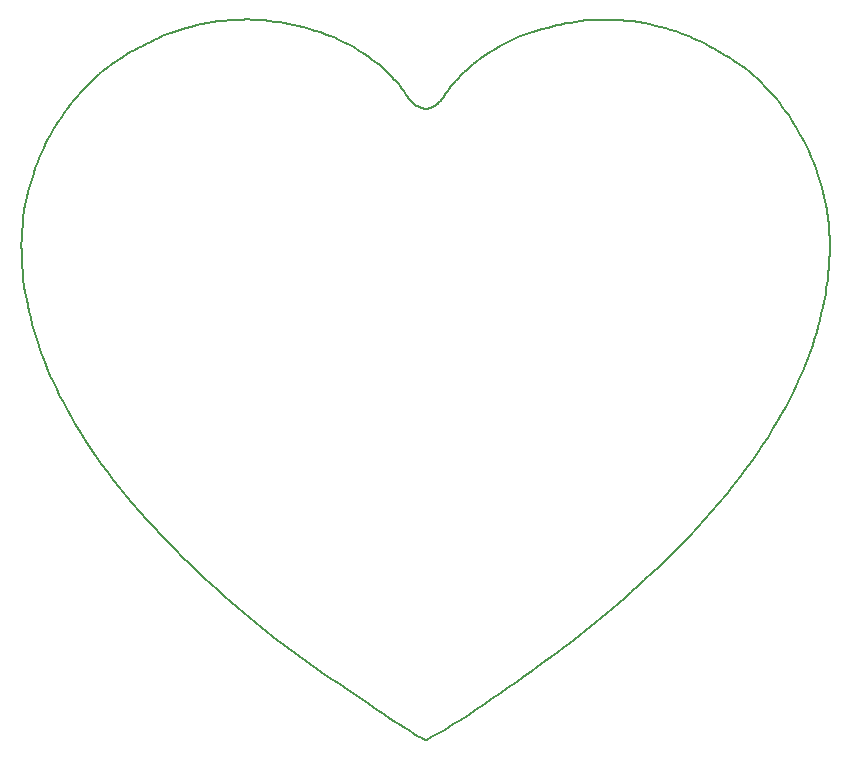
<source format=gbr>
%TF.GenerationSoftware,KiCad,Pcbnew,9.0.5*%
%TF.CreationDate,2025-11-15T18:52:14+05:30*%
%TF.ProjectId,HeartPCB_KiCad,48656172-7450-4434-925f-4b694361642e,rev?*%
%TF.SameCoordinates,Original*%
%TF.FileFunction,Profile,NP*%
%FSLAX46Y46*%
G04 Gerber Fmt 4.6, Leading zero omitted, Abs format (unit mm)*
G04 Created by KiCad (PCBNEW 9.0.5) date 2025-11-15 18:52:14*
%MOMM*%
%LPD*%
G01*
G04 APERTURE LIST*
%TA.AperFunction,Profile*%
%ADD10C,0.200000*%
%TD*%
%ADD11C,0.200000*%
G04 APERTURE END LIST*
D10*
X134969826Y-106739425D02*
X135341386Y-107028556D01*
X131751855Y-54508535D02*
X131360710Y-54536005D01*
X115190384Y-66185110D02*
X115050590Y-66536970D01*
X177331180Y-89109957D02*
X176838485Y-89906585D01*
X152119671Y-58085760D02*
X152531520Y-57778051D01*
X120262654Y-59096296D02*
X120000703Y-59327306D01*
X113670490Y-74115974D02*
X113692882Y-74817244D01*
X155383309Y-56117638D02*
X155044844Y-56274227D01*
X180643591Y-82039408D02*
X180420516Y-82687137D01*
X141439907Y-56651573D02*
X140928516Y-56379798D01*
X181621173Y-69509237D02*
X181518156Y-69068766D01*
X130912606Y-103345844D02*
X131352620Y-103731452D01*
X143754758Y-58174792D02*
X143366391Y-57878110D01*
X149558936Y-60821805D02*
X149749358Y-60521996D01*
X150238062Y-114159647D02*
X149498384Y-114611053D01*
X126806925Y-55453133D02*
X126332679Y-55617246D01*
X160997735Y-54618125D02*
X161542893Y-54555128D01*
X131360710Y-54536005D02*
X130774599Y-54589084D01*
X116871250Y-86254450D02*
X117241794Y-86978813D01*
X117788245Y-61721006D02*
X117572301Y-62005505D01*
X160125205Y-54752535D02*
X159788198Y-54814138D01*
X116311394Y-85083310D02*
X116635992Y-85778803D01*
X162803640Y-105098853D02*
X163181756Y-104784277D01*
X142284945Y-57148264D02*
X141781364Y-56842804D01*
X178739704Y-86574484D02*
X178982075Y-86089895D01*
X115031015Y-81809122D02*
X115244017Y-82442859D01*
X133035309Y-105169997D02*
X133433727Y-105500253D01*
X135944259Y-54809767D02*
X135448203Y-54719167D01*
X115932548Y-64588011D02*
X115778696Y-64891793D01*
X125581846Y-55910184D02*
X125294411Y-56033713D01*
X121578811Y-58090878D02*
X121316044Y-58276008D01*
X177513660Y-61155291D02*
X177272709Y-60870414D01*
X123058349Y-95450666D02*
X123751890Y-96255336D01*
X159093274Y-107998437D02*
X159494750Y-107698771D01*
X136739536Y-54975817D02*
X136268353Y-54873578D01*
X128592367Y-101231063D02*
X129068119Y-101674883D01*
X117928522Y-88226174D02*
X118229251Y-88738663D01*
X144823861Y-59137660D02*
X144689520Y-59001602D01*
X179316182Y-85381302D02*
X179527826Y-84915888D01*
X124597322Y-56354116D02*
X124191946Y-56554286D01*
X182034799Y-75379436D02*
X181972244Y-76082989D01*
X175541416Y-91824566D02*
X174931297Y-92663670D01*
X142963878Y-112351452D02*
X143535113Y-112737232D01*
X179536797Y-64055264D02*
X179367298Y-63760557D01*
X152899773Y-112419933D02*
X153449463Y-112044989D01*
X144689520Y-59001602D02*
X144468215Y-58784748D01*
X137501770Y-55156234D02*
X137048470Y-55046054D01*
X125428240Y-98085382D02*
X126159536Y-98846196D01*
X156204277Y-55777532D02*
X155882093Y-55901680D01*
D11*
X148569731Y-61823388D02*
X148581531Y-61816579D01*
X148593325Y-61809682D01*
X148605112Y-61802697D01*
X148616892Y-61795622D01*
X148628664Y-61788459D01*
X148640429Y-61781206D01*
X148652186Y-61773865D01*
X148663935Y-61766435D01*
X148675676Y-61758915D01*
X148687408Y-61751306D01*
X148699130Y-61743607D01*
X148710844Y-61735820D01*
X148722547Y-61727942D01*
X148734241Y-61719975D01*
X148745924Y-61711919D01*
X148757596Y-61703773D01*
X148769257Y-61695537D01*
X148780907Y-61687211D01*
X148792544Y-61678796D01*
X148804170Y-61670291D01*
X148815782Y-61661696D01*
X148827382Y-61653011D01*
X148838968Y-61644237D01*
X148850540Y-61635373D01*
X148862098Y-61626419D01*
X148873641Y-61617376D01*
X148885169Y-61608243D01*
X148896681Y-61599020D01*
X148908177Y-61589708D01*
X148919657Y-61580307D01*
X148931119Y-61570816D01*
X148933942Y-61568463D01*
D10*
X147959752Y-115464111D02*
X148368996Y-115252245D01*
X181531004Y-78801169D02*
X181383638Y-79458196D01*
X126648821Y-99340514D02*
X127382117Y-100069232D01*
X113705403Y-72473726D02*
X113683043Y-72942693D01*
X180685774Y-66478307D02*
X180543082Y-66121361D01*
X174248489Y-58138436D02*
X173981197Y-57955690D01*
X163772676Y-104282817D02*
X163181756Y-104784277D01*
X146220240Y-60850661D02*
X146030087Y-60553377D01*
X145326287Y-113947844D02*
X145656574Y-114167242D01*
X117258915Y-62432382D02*
X117061820Y-62716519D01*
X152899773Y-112419933D02*
X152078426Y-112973530D01*
X128510989Y-54974888D02*
X127977875Y-55104687D01*
X174501363Y-93228026D02*
X174931297Y-92663670D01*
X180322599Y-65612673D02*
X180173052Y-65283424D01*
X166803764Y-54877546D02*
X166426208Y-54802001D01*
X114713801Y-67461730D02*
X114523120Y-68048868D01*
X115644488Y-83517809D02*
X115823201Y-83957803D01*
X171584864Y-56563705D02*
X171311770Y-56425976D01*
X156204277Y-55777532D02*
X156678922Y-55607170D01*
X151547104Y-58554333D02*
X151356915Y-58723788D01*
X180980688Y-80966587D02*
X181104720Y-80537743D01*
X170919152Y-97444923D02*
X170153732Y-98259735D01*
X113833322Y-76427249D02*
X113922220Y-77103671D01*
D11*
X147880000Y-62040000D02*
X147886082Y-62039560D01*
X147892159Y-62039100D01*
X147898228Y-62038621D01*
X147904292Y-62038123D01*
X147910347Y-62037605D01*
X147916398Y-62037067D01*
X147922440Y-62036510D01*
X147928478Y-62035933D01*
X147934508Y-62035337D01*
X147940533Y-62034721D01*
X147946550Y-62034086D01*
X147952562Y-62033431D01*
X147958566Y-62032758D01*
X147964566Y-62032064D01*
X147970558Y-62031351D01*
X147976545Y-62030619D01*
X147982525Y-62029867D01*
X147988500Y-62029096D01*
X147994468Y-62028306D01*
X148000431Y-62027496D01*
X148006387Y-62026667D01*
X148012338Y-62025818D01*
X148018282Y-62024950D01*
X148024221Y-62024063D01*
X148030153Y-62023156D01*
X148036081Y-62022230D01*
X148042002Y-62021285D01*
X148047918Y-62020320D01*
X148053827Y-62019337D01*
X148059732Y-62018333D01*
X148065630Y-62017311D01*
X148071523Y-62016268D01*
X148077410Y-62015207D01*
X148083293Y-62014126D01*
X148089169Y-62013027D01*
X148095040Y-62011907D01*
X148100906Y-62010769D01*
X148106766Y-62009610D01*
X148112621Y-62008433D01*
X148118471Y-62007237D01*
X148124315Y-62006021D01*
X148130154Y-62004785D01*
X148135988Y-62003531D01*
X148141817Y-62002257D01*
X148147640Y-62000963D01*
X148153459Y-61999650D01*
X148159272Y-61998318D01*
X148165081Y-61996967D01*
X148170884Y-61995596D01*
X148176683Y-61994206D01*
X148182476Y-61992796D01*
X148188265Y-61991367D01*
X148194048Y-61989919D01*
X148199827Y-61988451D01*
X148211371Y-61985457D01*
X148222896Y-61982386D01*
X148234401Y-61979236D01*
X148245889Y-61976009D01*
X148257358Y-61972704D01*
X148268810Y-61969320D01*
X148280244Y-61965859D01*
X148291660Y-61962319D01*
X148303060Y-61958700D01*
X148308625Y-61956903D01*
D10*
X116597342Y-63426995D02*
X116337347Y-63855953D01*
X166803764Y-54877546D02*
X167360448Y-54999558D01*
X138112588Y-109067639D02*
X138679082Y-109461893D01*
X159299433Y-54914756D02*
X159788198Y-54814138D01*
X144468215Y-58784748D02*
X144290624Y-58623133D01*
X113692882Y-74817244D02*
X113723129Y-75281061D01*
X147554294Y-115336512D02*
X147800249Y-115464111D01*
X137181952Y-108405761D02*
X137737851Y-108804159D01*
X146137684Y-114482843D02*
X146441688Y-114676400D01*
X123926785Y-56692032D02*
X123532326Y-56902637D01*
D11*
X150791293Y-59287634D02*
X150827554Y-59250110D01*
X150903229Y-59171818D01*
X150941610Y-59132153D01*
X150980425Y-59092092D01*
D10*
X120657598Y-58772410D02*
X120262654Y-59096296D01*
X179098881Y-63324443D02*
X179367298Y-63760557D01*
X165846143Y-54704481D02*
X166426208Y-54802001D01*
X127634445Y-55199170D02*
X127130457Y-55347479D01*
X169641096Y-98789060D02*
X170153732Y-98259735D01*
X164860509Y-54577424D02*
X164462415Y-54539346D01*
X116337347Y-63855953D02*
X116172749Y-64146306D01*
X122881902Y-57270322D02*
X122622240Y-57424813D01*
X117241794Y-86978813D02*
X117509025Y-87473631D01*
X160987065Y-106558517D02*
X161346944Y-106277001D01*
X121971302Y-57830557D02*
X121578811Y-58090878D01*
X137801211Y-55231871D02*
X137501770Y-55156234D01*
X167122281Y-101268329D02*
X167613165Y-100802085D01*
X159093274Y-107998437D02*
X158470894Y-108459952D01*
X124943140Y-97571211D02*
X125428240Y-98085382D01*
X165932508Y-102373476D02*
X165249666Y-102991418D01*
X174918955Y-58628368D02*
X174650382Y-58423994D01*
X168366321Y-100069246D02*
X168873376Y-99568296D01*
X119924344Y-91379188D02*
X120495638Y-92190366D01*
X169401783Y-55609138D02*
X169868486Y-55784595D01*
X115552576Y-65358178D02*
X115406259Y-65683180D01*
X138999041Y-55581306D02*
X138545821Y-55438277D01*
X180258974Y-83123852D02*
X180420516Y-82687137D01*
X170168171Y-55907130D02*
X170608322Y-56095586D01*
X160068618Y-107265076D02*
X160442175Y-106980378D01*
X155383309Y-56117638D02*
X155882093Y-55901680D01*
D11*
X145007363Y-59327630D02*
X144948501Y-59266748D01*
X144858053Y-59173079D01*
X144823861Y-59137660D01*
D10*
X137048470Y-55046054D02*
X136739536Y-54975817D01*
X135448203Y-54719167D02*
X135105978Y-54666003D01*
X158031277Y-108782759D02*
X157348359Y-109281498D01*
X146881968Y-114949937D02*
X147157512Y-115112224D01*
X156867120Y-109629859D02*
X157348359Y-109281498D01*
X167719815Y-55089823D02*
X168247587Y-55232592D01*
X173373336Y-94644398D02*
X173836727Y-94077259D01*
X113995988Y-70176453D02*
X113918305Y-70627320D01*
X133433727Y-105500253D02*
X134021386Y-105982058D01*
X114594133Y-80340241D02*
X114711206Y-80759743D01*
X156987569Y-55508480D02*
X156678922Y-55607170D01*
X135105978Y-54666003D02*
X134582135Y-54594357D01*
X173582086Y-57698223D02*
X173316696Y-57532310D01*
X179536797Y-64055264D02*
X179783749Y-64503220D01*
X150791293Y-59287634D02*
X150668662Y-59414447D01*
X170919152Y-97444923D02*
X171425949Y-96894840D01*
X181275611Y-79891304D02*
X181383638Y-79458196D01*
X173373336Y-94644398D02*
X172661935Y-95493893D01*
X114404473Y-68457285D02*
X114235663Y-69084160D01*
X139061792Y-109724380D02*
X139640188Y-110118299D01*
X150166496Y-59945853D02*
X150357073Y-59735056D01*
X113992665Y-77547596D02*
X114107622Y-78207072D01*
X181029583Y-67417548D02*
X180895502Y-67030554D01*
X172172059Y-96056539D02*
X172661935Y-95493893D01*
X153659888Y-57034308D02*
X154177892Y-56728768D01*
X167719815Y-55089823D02*
X167360448Y-54999558D01*
X161885970Y-105847491D02*
X161346944Y-106277001D01*
X124225248Y-96784797D02*
X124943140Y-97571211D01*
X115823201Y-83957803D02*
X116105840Y-84626616D01*
X113922220Y-77103671D02*
X113992665Y-77547596D01*
X175541416Y-91824566D02*
X175933747Y-91269129D01*
X127977875Y-55104687D02*
X127634445Y-55199170D01*
X149034808Y-114880040D02*
X148368996Y-115252245D01*
D11*
X143907045Y-112989111D02*
X144187236Y-113178944D01*
X144324568Y-113272003D01*
X144455315Y-113360601D01*
D10*
X179941510Y-64811006D02*
X179783749Y-64503220D01*
X134582135Y-54594357D02*
X134221556Y-54557183D01*
X113816419Y-71311601D02*
X113765635Y-71774710D01*
X149864846Y-60344003D02*
X150041700Y-60094818D01*
X135895218Y-107453949D02*
X136262433Y-107729844D01*
X145916310Y-60376132D02*
X145743516Y-60127843D01*
X168586551Y-55335346D02*
X169083324Y-55495746D01*
X182034799Y-75379436D02*
X182067487Y-74907408D01*
X113723129Y-75281061D02*
X113781321Y-75972312D01*
X138247630Y-55353090D02*
X137801211Y-55231871D01*
X141993451Y-111698796D02*
X142578789Y-112091937D01*
X180980688Y-80966587D02*
X180785133Y-81609496D01*
X123751890Y-96255336D02*
X124225248Y-96784797D01*
X182081788Y-72999465D02*
X182098790Y-73716488D01*
X175589502Y-59177575D02*
X175321802Y-58948515D01*
X177513660Y-61155291D02*
X177865868Y-61586442D01*
X154525966Y-56540129D02*
X155044844Y-56274227D01*
X115406259Y-65683180D02*
X115190384Y-66185110D01*
X172172059Y-96056539D02*
X171425949Y-96894840D01*
X120921158Y-58565408D02*
X120657598Y-58772410D01*
X180322599Y-65612673D02*
X180543082Y-66121361D01*
X167122281Y-101268329D02*
X166398639Y-101946277D01*
X116172749Y-64146306D02*
X115932548Y-64588011D01*
X172919707Y-57295443D02*
X172655109Y-57141576D01*
X164813680Y-103377936D02*
X165249666Y-102991418D01*
X172919707Y-57295443D02*
X173316696Y-57532310D01*
X158512492Y-55093931D02*
X158979632Y-54984361D01*
X114235663Y-69084160D02*
X114134929Y-69516505D01*
X115244017Y-82442859D02*
X115399115Y-82870375D01*
X181621173Y-69509237D02*
X181763266Y-70181682D01*
X180685774Y-66478307D02*
X180895502Y-67030554D01*
X136813203Y-108138202D02*
X137181952Y-108405761D01*
X115778696Y-64891793D02*
X115552576Y-65358178D01*
X181842671Y-70641107D02*
X181763266Y-70181682D01*
X115399115Y-82870375D02*
X115644488Y-83517809D01*
X178089467Y-61876137D02*
X178414100Y-62311162D01*
X134221556Y-54557183D02*
X133671143Y-54512288D01*
X151540161Y-113327880D02*
X152078426Y-112973530D01*
D11*
X150483074Y-59604845D02*
X150520261Y-59566611D01*
X150564993Y-59520720D01*
X150599199Y-59485666D01*
X150634018Y-59449982D01*
X150668662Y-59414447D01*
D10*
X169641096Y-98789060D02*
X168873376Y-99568296D01*
X117061820Y-62716519D02*
X116776598Y-63142415D01*
X180643591Y-82039408D02*
X180785133Y-81609496D01*
X132723128Y-54482486D02*
X132336012Y-54487870D01*
X120000703Y-59327306D02*
X119610014Y-59687083D01*
X130233492Y-102739777D02*
X130912606Y-103345844D01*
X132000642Y-104293427D02*
X132419228Y-104650233D01*
X114433456Y-79707619D02*
X114594133Y-80340241D01*
X126028342Y-55732477D02*
X125581846Y-55910184D01*
X162803640Y-105098853D02*
X162247792Y-105555833D01*
X176252604Y-59788494D02*
X175989282Y-59535226D01*
X116635992Y-85778803D02*
X116871250Y-86254450D01*
X129431802Y-54785473D02*
X128873190Y-54893511D01*
X170168171Y-55907130D02*
X169868486Y-55784595D01*
X179316182Y-85381302D02*
X178982075Y-86089895D01*
X153659888Y-57034308D02*
X153320410Y-57244144D01*
X133294761Y-54495415D02*
X132723128Y-54482486D01*
X114845119Y-67080964D02*
X114713801Y-67461730D01*
X152119671Y-58085760D02*
X151867154Y-58283219D01*
X152838001Y-57565119D02*
X152531520Y-57778051D01*
X116105840Y-84626616D02*
X116311394Y-85083310D01*
X170892518Y-56226087D02*
X170608322Y-56095586D01*
X149140633Y-61359636D02*
X148933942Y-61568463D01*
X144808623Y-113599423D02*
X145326287Y-113947844D01*
X138545821Y-55438277D02*
X138247630Y-55353090D01*
X140029935Y-110381378D02*
X140617361Y-110776476D01*
X181531004Y-78801169D02*
X181623291Y-78359601D01*
X139305093Y-55684473D02*
X138999041Y-55581306D01*
X179819437Y-84233845D02*
X180004192Y-83784934D01*
X114134929Y-69516505D02*
X113995988Y-70176453D01*
X156987569Y-55508480D02*
X157445877Y-55370957D01*
X140097514Y-55993082D02*
X139777023Y-55863082D01*
X151121768Y-58950500D02*
X151356915Y-58723788D01*
X179819437Y-84233845D02*
X179527826Y-84915888D01*
X156867120Y-109629859D02*
X156123153Y-110165484D01*
X175589502Y-59177575D02*
X175989282Y-59535226D01*
X139777023Y-55863082D02*
X139305093Y-55684473D01*
X150166496Y-59945853D02*
X150041700Y-60094818D01*
X164860509Y-54577424D02*
X165454996Y-54646294D01*
D11*
X149140633Y-61359636D02*
X149152601Y-61346789D01*
X149164539Y-61333857D01*
X149176445Y-61320843D01*
X149188318Y-61307746D01*
X149200158Y-61294567D01*
X149211964Y-61281306D01*
X149223735Y-61267965D01*
X149235470Y-61254544D01*
X149247168Y-61241044D01*
X149258829Y-61227465D01*
X149270451Y-61213810D01*
X149282032Y-61200078D01*
X149293574Y-61186270D01*
X149305073Y-61172388D01*
X149316530Y-61158433D01*
X149327943Y-61144405D01*
X149339311Y-61130306D01*
X149350634Y-61116137D01*
X149361909Y-61101899D01*
X149373136Y-61087594D01*
X149384313Y-61073223D01*
X149395440Y-61058786D01*
X149406515Y-61044286D01*
X149414669Y-61033527D01*
D10*
X140928516Y-56379798D02*
X140592993Y-56217789D01*
X181916561Y-76546159D02*
X181972244Y-76082989D01*
X151540161Y-113327880D02*
X150746568Y-113841526D01*
X151121768Y-58950500D02*
X150980425Y-59092092D01*
X181746152Y-77687343D02*
X181821459Y-77235005D01*
X162877698Y-54485294D02*
X163467243Y-54487117D01*
X146030087Y-60553377D02*
X145916310Y-60376132D01*
X161917544Y-54525347D02*
X162488554Y-54492810D01*
X122603773Y-94910977D02*
X123058349Y-95450666D01*
X173582086Y-57698223D02*
X173981197Y-57955690D01*
X162877698Y-54485294D02*
X162488554Y-54492810D01*
X130774599Y-54589084D02*
X130386725Y-54637021D01*
X149558936Y-60821805D02*
X149414669Y-61033527D01*
X130386725Y-54637021D02*
X129809537Y-54719512D01*
X114523120Y-68048868D02*
X114404473Y-68457285D01*
X141601242Y-111435774D02*
X141993451Y-111698796D01*
X146364649Y-61059704D02*
X146220240Y-60850661D01*
X124871441Y-56223261D02*
X124597322Y-56354116D01*
X138679082Y-109461893D02*
X139061792Y-109724380D01*
X126159536Y-98846196D02*
X126648821Y-99340514D01*
X146441688Y-114676400D02*
X146881968Y-114949937D01*
X118725652Y-60602497D02*
X118362071Y-61015631D01*
X120495638Y-92190366D02*
X120896320Y-92734280D01*
X176897865Y-60453167D02*
X176643405Y-60180436D01*
X160068618Y-107265076D02*
X159494750Y-107698771D01*
X177331180Y-89109957D02*
X177645128Y-88585707D01*
X145127617Y-59451725D02*
X145007363Y-59327630D01*
X145435304Y-59769333D02*
X145310985Y-59640003D01*
X135341386Y-107028556D02*
X135895218Y-107453949D01*
X125294411Y-56033713D02*
X124871441Y-56223261D01*
X159299433Y-54914756D02*
X158979632Y-54984361D01*
X155605296Y-110534708D02*
X154812290Y-111096428D01*
X179941510Y-64811006D02*
X180173052Y-65283424D01*
X119610014Y-59687083D02*
X119353277Y-59940609D01*
X158512492Y-55093931D02*
X158204909Y-55168980D01*
X160125205Y-54752535D02*
X160641447Y-54666559D01*
X179098881Y-63324443D02*
X178913575Y-63034822D01*
X142578789Y-112091937D02*
X142963878Y-112351452D01*
X171584864Y-56563705D02*
X171990134Y-56774319D01*
X137737851Y-108804159D02*
X138112588Y-109067639D01*
X149034808Y-114880040D02*
X149498384Y-114611053D01*
X182081788Y-72999465D02*
X182059506Y-72521989D01*
X157749148Y-55288008D02*
X158204909Y-55168980D01*
X129068119Y-101674883D02*
X129773643Y-102324691D01*
X113665302Y-73647059D02*
X113670490Y-74115974D01*
X174248489Y-58138436D02*
X174650382Y-58423994D01*
X127130457Y-55347479D02*
X126806925Y-55453133D01*
X181842671Y-70641107D02*
X181946726Y-71338320D01*
X155605296Y-110534708D02*
X156123153Y-110165484D01*
X178080708Y-87817398D02*
X177645128Y-88585707D01*
X150238062Y-114159647D02*
X150746568Y-113841526D01*
X181746152Y-77687343D02*
X181623291Y-78359601D01*
X154525966Y-56540129D02*
X154177892Y-56728768D01*
X113918305Y-70627320D02*
X113816419Y-71311601D01*
X144290624Y-58623133D02*
X143991741Y-58364285D01*
X119034366Y-90043535D02*
X119555773Y-90841201D01*
X154270084Y-111475779D02*
X154812290Y-111096428D01*
X140592993Y-56217789D02*
X140097514Y-55993082D01*
X147800249Y-115464111D02*
X147959752Y-115464111D01*
X168586551Y-55335346D02*
X168247587Y-55232592D01*
X114711206Y-80759743D02*
X114896320Y-81388583D01*
X151547104Y-58554333D02*
X151867154Y-58283219D01*
D11*
X147880000Y-62040000D02*
X147873918Y-62039560D01*
X147867841Y-62039100D01*
X147861772Y-62038621D01*
X147855708Y-62038123D01*
X147849653Y-62037605D01*
X147843602Y-62037067D01*
X147837559Y-62036510D01*
X147831521Y-62035933D01*
X147825492Y-62035337D01*
X147819467Y-62034721D01*
X147813450Y-62034086D01*
X147807437Y-62033432D01*
X147801433Y-62032758D01*
X147795433Y-62032064D01*
X147789441Y-62031351D01*
X147783454Y-62030619D01*
X147777474Y-62029867D01*
X147771499Y-62029096D01*
X147765531Y-62028306D01*
X147759568Y-62027496D01*
X147753612Y-62026667D01*
X147747661Y-62025818D01*
X147741717Y-62024951D01*
X147735778Y-62024063D01*
X147729845Y-62023157D01*
X147723918Y-62022231D01*
X147717997Y-62021285D01*
X147712081Y-62020321D01*
X147706171Y-62019337D01*
X147700267Y-62018333D01*
X147694368Y-62017311D01*
X147688475Y-62016269D01*
X147682588Y-62015207D01*
X147676705Y-62014127D01*
X147670829Y-62013027D01*
X147664958Y-62011907D01*
X147659092Y-62010769D01*
X147653231Y-62009611D01*
X147647377Y-62008433D01*
X147641527Y-62007237D01*
X147635682Y-62006021D01*
X147629843Y-62004785D01*
X147624009Y-62003531D01*
X147618180Y-62002257D01*
X147612356Y-62000963D01*
X147606537Y-61999650D01*
X147600724Y-61998318D01*
X147594915Y-61996967D01*
X147589112Y-61995596D01*
X147583313Y-61994206D01*
X147577519Y-61992796D01*
X147571730Y-61991367D01*
X147565946Y-61989919D01*
X147560167Y-61988451D01*
X147548622Y-61985457D01*
X147537097Y-61982385D01*
X147525590Y-61979236D01*
X147514102Y-61976008D01*
X147502632Y-61972703D01*
X147491179Y-61969319D01*
X147479744Y-61965857D01*
X147468327Y-61962317D01*
X147459026Y-61959371D01*
D10*
X181998429Y-71810068D02*
X182059506Y-72521989D01*
X123271739Y-57047795D02*
X122881902Y-57270322D01*
X121316044Y-58276008D02*
X120921158Y-58565408D01*
X147459026Y-61959371D02*
X147202041Y-61830095D01*
X124191946Y-56554286D02*
X123926785Y-56692032D01*
X182092384Y-74193730D02*
X182098790Y-73716488D01*
X115050590Y-66536970D02*
X114845119Y-67080964D01*
X149864846Y-60344003D02*
X149749358Y-60521996D01*
X161917544Y-54525347D02*
X161542893Y-54555128D01*
X114896320Y-81388583D02*
X115031015Y-81809122D01*
X117509025Y-87473631D02*
X117928522Y-88226174D01*
D11*
X141010820Y-111040219D02*
X141303444Y-111236282D01*
X141492755Y-111363100D01*
X141601242Y-111435774D01*
D10*
X161885970Y-105847491D02*
X162247792Y-105555833D01*
X176485477Y-90448210D02*
X176838485Y-89906585D01*
X122232256Y-57663097D02*
X121971302Y-57830557D01*
X113765635Y-71774710D02*
X113705403Y-72473726D01*
X133671143Y-54512288D02*
X133294761Y-54495415D01*
X142613055Y-57356376D02*
X142284945Y-57148264D01*
X181345585Y-68430403D02*
X181518156Y-69068766D01*
X160987065Y-106558517D02*
X160442175Y-106980378D01*
X132336012Y-54487870D02*
X131751855Y-54508535D01*
X141781364Y-56842804D02*
X141439907Y-56651573D01*
X145656574Y-114167242D02*
X146137684Y-114482843D01*
X132419228Y-104650233D02*
X133035309Y-105169997D01*
X146842820Y-61582829D02*
X146637748Y-61379166D01*
X136268353Y-54873578D02*
X135944259Y-54809767D01*
X178080708Y-87817398D02*
X178357406Y-87312664D01*
X119353277Y-59940609D02*
X118972800Y-60331714D01*
X114332066Y-79283612D02*
X114433456Y-79707619D01*
X160997735Y-54618125D02*
X160641447Y-54666559D01*
X118128832Y-61296591D02*
X117788245Y-61721006D01*
X154270084Y-111475779D02*
X153449463Y-112044989D01*
X129809537Y-54719512D02*
X129431802Y-54785473D01*
X174501363Y-93228026D02*
X173836727Y-94077259D01*
X174918955Y-58628368D02*
X175321802Y-58948515D01*
X180258974Y-83123852D02*
X180004192Y-83784934D01*
X134021386Y-105982058D02*
X134403566Y-106289445D01*
X127868079Y-100539812D02*
X128592367Y-101231063D01*
X145743516Y-60127843D02*
X145621879Y-59979376D01*
X117572301Y-62005505D02*
X117258915Y-62432382D01*
X152838001Y-57565119D02*
X153320410Y-57244144D01*
X121514361Y-93551426D02*
X121944211Y-94095968D01*
X113781321Y-75972312D02*
X113833322Y-76427249D01*
X178739704Y-86574484D02*
X178357406Y-87312664D01*
X143535113Y-112737232D02*
X143907045Y-112989111D01*
X114194019Y-78639902D02*
X114332066Y-79283612D01*
X168366321Y-100069246D02*
X167613165Y-100802085D01*
X120896320Y-92734280D02*
X121514361Y-93551426D01*
X169401783Y-55609138D02*
X169083324Y-55495746D01*
X143074761Y-57670856D02*
X142613055Y-57356376D01*
X123532326Y-56902637D02*
X123271739Y-57047795D01*
X136262433Y-107729844D02*
X136813203Y-108138202D01*
X172256859Y-56919392D02*
X172655109Y-57141576D01*
X116776598Y-63142415D02*
X116597342Y-63426995D01*
X163864623Y-54502873D02*
X164462415Y-54539346D01*
X128873190Y-54893511D02*
X128510989Y-54974888D01*
X129773643Y-102324691D02*
X130233492Y-102739777D01*
X145621879Y-59979376D02*
X145435304Y-59769333D01*
X172256859Y-56919392D02*
X171990134Y-56774319D01*
X119555773Y-90841201D02*
X119924344Y-91379188D01*
X181998429Y-71810068D02*
X181946726Y-71338320D01*
X147157512Y-115112224D02*
X147554294Y-115336512D01*
X176485477Y-90448210D02*
X175933747Y-91269129D01*
X176252604Y-59788494D02*
X176643405Y-60180436D01*
X122622240Y-57424813D02*
X122232256Y-57663097D01*
D11*
X146637748Y-61379166D02*
X146625765Y-61366521D01*
X146613811Y-61353791D01*
X146601888Y-61340978D01*
X146589996Y-61328080D01*
X146578136Y-61315100D01*
X146566310Y-61302038D01*
X146554517Y-61288895D01*
X146542759Y-61275671D01*
X146531037Y-61262367D01*
X146519351Y-61248984D01*
X146507703Y-61235522D01*
X146496094Y-61221984D01*
X146484525Y-61208369D01*
X146472996Y-61194679D01*
X146461509Y-61180915D01*
X146450064Y-61167077D01*
X146438664Y-61153167D01*
X146427308Y-61139186D01*
X146415998Y-61125136D01*
X146404736Y-61111017D01*
X146393522Y-61096831D01*
X146382358Y-61082579D01*
X146371244Y-61068262D01*
X146364649Y-61059704D01*
D10*
X118362071Y-61015631D02*
X118128832Y-61296591D01*
X121944211Y-94095968D02*
X122603773Y-94910977D01*
X131352620Y-103731452D02*
X132000642Y-104293427D01*
X150483074Y-59604845D02*
X150357073Y-59735056D01*
X182092384Y-74193730D02*
X182067487Y-74907408D01*
X140617361Y-110776476D02*
X141010820Y-111040219D01*
X164813680Y-103377936D02*
X164177469Y-103935220D01*
X118972800Y-60331714D02*
X118725652Y-60602497D01*
X114107622Y-78207072D02*
X114194019Y-78639902D01*
X163772676Y-104282817D02*
X164177469Y-103935220D01*
X143366391Y-57878110D02*
X143074761Y-57670856D01*
X165932508Y-102373476D02*
X166398639Y-101946277D01*
X144455315Y-113360601D02*
X144808623Y-113599423D01*
X157749148Y-55288008D02*
X157445877Y-55370957D01*
X118229251Y-88738663D02*
X118699511Y-89516289D01*
D11*
X147202041Y-61830095D02*
X147190248Y-61823401D01*
X147178462Y-61816619D01*
X147166683Y-61809748D01*
X147154910Y-61802790D01*
X147143145Y-61795742D01*
X147131387Y-61788606D01*
X147119637Y-61781381D01*
X147107895Y-61774067D01*
X147096162Y-61766664D01*
X147084437Y-61759172D01*
X147072720Y-61751591D01*
X147061014Y-61743920D01*
X147049316Y-61736161D01*
X147037629Y-61728312D01*
X147025951Y-61720373D01*
X147014285Y-61712345D01*
X147002629Y-61704228D01*
X146990984Y-61696021D01*
X146979351Y-61687724D01*
X146967731Y-61679338D01*
X146956122Y-61670862D01*
X146944526Y-61662297D01*
X146932944Y-61653641D01*
X146921374Y-61644897D01*
X146909819Y-61636062D01*
X146898279Y-61627138D01*
X146886753Y-61618124D01*
X146875242Y-61609021D01*
X146863747Y-61599828D01*
X146852268Y-61590546D01*
X146842820Y-61582829D01*
D10*
X176897865Y-60453167D02*
X177272709Y-60870414D01*
X170892518Y-56226087D02*
X171311770Y-56425976D01*
X126332679Y-55617246D02*
X126028342Y-55732477D01*
X178618267Y-62600821D02*
X178414100Y-62311162D01*
X163864623Y-54502873D02*
X163467243Y-54487117D01*
D11*
X145310985Y-59640003D02*
X145281288Y-59609341D01*
X145248628Y-59575728D01*
X145211260Y-59537375D01*
X145164403Y-59489380D01*
X145148993Y-59473606D01*
X145127617Y-59451725D01*
D10*
X113683043Y-72942693D02*
X113665302Y-73647059D01*
X181275611Y-79891304D02*
X181104720Y-80537743D01*
X181345585Y-68430403D02*
X181224335Y-68014670D01*
X178618267Y-62600821D02*
X178913575Y-63034822D01*
X178089467Y-61876137D02*
X177865868Y-61586442D01*
X181916561Y-76546159D02*
X181821459Y-77235005D01*
X134403566Y-106289445D02*
X134969826Y-106739425D01*
X143991741Y-58364285D02*
X143754758Y-58174792D01*
X148569731Y-61823388D02*
X148308625Y-61956903D01*
X158031277Y-108782759D02*
X158470894Y-108459952D01*
X181029583Y-67417548D02*
X181224335Y-68014670D01*
X118699511Y-89516289D02*
X119034366Y-90043535D01*
X139640188Y-110118299D02*
X140029935Y-110381378D01*
X165846143Y-54704481D02*
X165454996Y-54646294D01*
X127382117Y-100069232D02*
X127868079Y-100539812D01*
M02*

</source>
